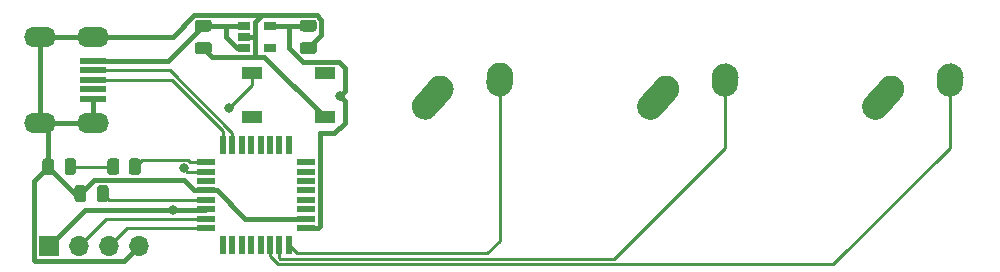
<source format=gbr>
%TF.GenerationSoftware,KiCad,Pcbnew,(5.1.9)-1*%
%TF.CreationDate,2021-08-14T02:32:22-04:00*%
%TF.ProjectId,samd21,73616d64-3231-42e6-9b69-6361645f7063,rev?*%
%TF.SameCoordinates,Original*%
%TF.FileFunction,Copper,L1,Top*%
%TF.FilePolarity,Positive*%
%FSLAX46Y46*%
G04 Gerber Fmt 4.6, Leading zero omitted, Abs format (unit mm)*
G04 Created by KiCad (PCBNEW (5.1.9)-1) date 2021-08-14 02:32:22*
%MOMM*%
%LPD*%
G01*
G04 APERTURE LIST*
%TA.AperFunction,ComponentPad*%
%ADD10O,1.700000X1.700000*%
%TD*%
%TA.AperFunction,ComponentPad*%
%ADD11R,1.700000X1.700000*%
%TD*%
%TA.AperFunction,ComponentPad*%
%ADD12O,2.700000X1.700000*%
%TD*%
%TA.AperFunction,SMDPad,CuDef*%
%ADD13R,2.250000X0.500000*%
%TD*%
%TA.AperFunction,SMDPad,CuDef*%
%ADD14R,1.800000X1.100000*%
%TD*%
%TA.AperFunction,SMDPad,CuDef*%
%ADD15R,1.600000X0.550000*%
%TD*%
%TA.AperFunction,SMDPad,CuDef*%
%ADD16R,0.550000X1.600000*%
%TD*%
%TA.AperFunction,SMDPad,CuDef*%
%ADD17R,1.060000X0.650000*%
%TD*%
%TA.AperFunction,ComponentPad*%
%ADD18C,2.250000*%
%TD*%
%TA.AperFunction,ViaPad*%
%ADD19C,0.800000*%
%TD*%
%TA.AperFunction,Conductor*%
%ADD20C,0.254000*%
%TD*%
%TA.AperFunction,Conductor*%
%ADD21C,0.381000*%
%TD*%
G04 APERTURE END LIST*
D10*
%TO.P,J1,4*%
%TO.N,GND*%
X101346000Y-72009000D03*
%TO.P,J1,3*%
%TO.N,SWDIO*%
X98806000Y-72009000D03*
%TO.P,J1,2*%
%TO.N,SWCLK*%
X96266000Y-72009000D03*
D11*
%TO.P,J1,1*%
%TO.N,+3V3*%
X93726000Y-72009000D03*
%TD*%
D12*
%TO.P,USB1,6*%
%TO.N,GND*%
X92964000Y-54262000D03*
X92964000Y-61562000D03*
X97464000Y-61562000D03*
X97464000Y-54262000D03*
D13*
%TO.P,USB1,5*%
%TO.N,/5V*%
X97464000Y-56312000D03*
%TO.P,USB1,4*%
%TO.N,D-*%
X97464000Y-57112000D03*
%TO.P,USB1,3*%
%TO.N,D+*%
X97464000Y-57912000D03*
%TO.P,USB1,2*%
%TO.N,Net-(USB1-Pad2)*%
X97464000Y-58712000D03*
%TO.P,USB1,1*%
%TO.N,GND*%
X97464000Y-59512000D03*
%TD*%
D14*
%TO.P,SW1,4*%
%TO.N,N/C*%
X110894000Y-61087000D03*
%TO.P,SW1,3*%
X117094000Y-57387000D03*
%TO.P,SW1,2*%
%TO.N,Net-(SW1-Pad2)*%
X110894000Y-57387000D03*
%TO.P,SW1,1*%
%TO.N,GND*%
X117094000Y-61087000D03*
%TD*%
D15*
%TO.P,U2,32*%
%TO.N,SWDIO*%
X107002000Y-70491000D03*
%TO.P,U2,31*%
%TO.N,SWCLK*%
X107002000Y-69691000D03*
%TO.P,U2,30*%
%TO.N,+3V3*%
X107002000Y-68891000D03*
%TO.P,U2,29*%
%TO.N,Net-(C1-Pad2)*%
X107002000Y-68091000D03*
%TO.P,U2,28*%
%TO.N,GND*%
X107002000Y-67291000D03*
%TO.P,U2,27*%
%TO.N,Net-(U2-Pad27)*%
X107002000Y-66491000D03*
%TO.P,U2,26*%
%TO.N,Net-(SW1-Pad2)*%
X107002000Y-65691000D03*
%TO.P,U2,25*%
%TO.N,Net-(R1-Pad1)*%
X107002000Y-64891000D03*
D16*
%TO.P,U2,24*%
%TO.N,D+*%
X108452000Y-63441000D03*
%TO.P,U2,23*%
%TO.N,D-*%
X109252000Y-63441000D03*
%TO.P,U2,22*%
%TO.N,Net-(U2-Pad22)*%
X110052000Y-63441000D03*
%TO.P,U2,21*%
%TO.N,Net-(U2-Pad21)*%
X110852000Y-63441000D03*
%TO.P,U2,20*%
%TO.N,Net-(U2-Pad20)*%
X111652000Y-63441000D03*
%TO.P,U2,19*%
%TO.N,Net-(U2-Pad19)*%
X112452000Y-63441000D03*
%TO.P,U2,18*%
%TO.N,Net-(U2-Pad18)*%
X113252000Y-63441000D03*
%TO.P,U2,17*%
%TO.N,Net-(U2-Pad17)*%
X114052000Y-63441000D03*
D15*
%TO.P,U2,16*%
%TO.N,Net-(U2-Pad16)*%
X115502000Y-64891000D03*
%TO.P,U2,15*%
%TO.N,Net-(U2-Pad15)*%
X115502000Y-65691000D03*
%TO.P,U2,14*%
%TO.N,Net-(U2-Pad14)*%
X115502000Y-66491000D03*
%TO.P,U2,13*%
%TO.N,Net-(U2-Pad13)*%
X115502000Y-67291000D03*
%TO.P,U2,12*%
%TO.N,Net-(U2-Pad12)*%
X115502000Y-68091000D03*
%TO.P,U2,11*%
%TO.N,Net-(U2-Pad11)*%
X115502000Y-68891000D03*
%TO.P,U2,10*%
%TO.N,GND*%
X115502000Y-69691000D03*
%TO.P,U2,9*%
%TO.N,+3V3*%
X115502000Y-70491000D03*
D16*
%TO.P,U2,8*%
%TO.N,KEY1*%
X114052000Y-71941000D03*
%TO.P,U2,7*%
%TO.N,KEY2*%
X113252000Y-71941000D03*
%TO.P,U2,6*%
%TO.N,KEY3*%
X112452000Y-71941000D03*
%TO.P,U2,5*%
%TO.N,Net-(U2-Pad5)*%
X111652000Y-71941000D03*
%TO.P,U2,4*%
%TO.N,Net-(U2-Pad4)*%
X110852000Y-71941000D03*
%TO.P,U2,3*%
%TO.N,Net-(U2-Pad3)*%
X110052000Y-71941000D03*
%TO.P,U2,2*%
%TO.N,Net-(U2-Pad2)*%
X109252000Y-71941000D03*
%TO.P,U2,1*%
%TO.N,Net-(U2-Pad1)*%
X108452000Y-71941000D03*
%TD*%
D17*
%TO.P,U1,5*%
%TO.N,+3V3*%
X112436000Y-53340000D03*
%TO.P,U1,4*%
%TO.N,Net-(U1-Pad4)*%
X112436000Y-55240000D03*
%TO.P,U1,3*%
%TO.N,/5V*%
X110236000Y-55240000D03*
%TO.P,U1,2*%
%TO.N,GND*%
X110236000Y-54290000D03*
%TO.P,U1,1*%
%TO.N,/5V*%
X110236000Y-53340000D03*
%TD*%
%TO.P,R1,2*%
%TO.N,Net-(D1-Pad2)*%
%TA.AperFunction,SMDPad,CuDef*%
G36*
G01*
X99699500Y-64827999D02*
X99699500Y-65728001D01*
G75*
G02*
X99449501Y-65978000I-249999J0D01*
G01*
X98924499Y-65978000D01*
G75*
G02*
X98674500Y-65728001I0J249999D01*
G01*
X98674500Y-64827999D01*
G75*
G02*
X98924499Y-64578000I249999J0D01*
G01*
X99449501Y-64578000D01*
G75*
G02*
X99699500Y-64827999I0J-249999D01*
G01*
G37*
%TD.AperFunction*%
%TO.P,R1,1*%
%TO.N,Net-(R1-Pad1)*%
%TA.AperFunction,SMDPad,CuDef*%
G36*
G01*
X101524500Y-64827999D02*
X101524500Y-65728001D01*
G75*
G02*
X101274501Y-65978000I-249999J0D01*
G01*
X100749499Y-65978000D01*
G75*
G02*
X100499500Y-65728001I0J249999D01*
G01*
X100499500Y-64827999D01*
G75*
G02*
X100749499Y-64578000I249999J0D01*
G01*
X101274501Y-64578000D01*
G75*
G02*
X101524500Y-64827999I0J-249999D01*
G01*
G37*
%TD.AperFunction*%
%TD*%
D18*
%TO.P,MX3,1*%
%TO.N,+3V3*%
X165013000Y-58738000D03*
%TA.AperFunction,ComponentPad*%
G36*
G01*
X162951688Y-61035350D02*
X162951683Y-61035345D01*
G75*
G02*
X162865655Y-59446683I751317J837345D01*
G01*
X164175657Y-57986683D01*
G75*
G02*
X165764319Y-57900655I837345J-751317D01*
G01*
X165764319Y-57900655D01*
G75*
G02*
X165850347Y-59489317I-751317J-837345D01*
G01*
X164540345Y-60949317D01*
G75*
G02*
X162951683Y-61035345I-837345J751317D01*
G01*
G37*
%TD.AperFunction*%
%TO.P,MX3,2*%
%TO.N,KEY3*%
X170053000Y-57658000D03*
%TA.AperFunction,ComponentPad*%
G36*
G01*
X169936483Y-59360395D02*
X169935597Y-59360334D01*
G75*
G02*
X168890666Y-58160597I77403J1122334D01*
G01*
X168930666Y-57580597D01*
G75*
G02*
X170130403Y-56535666I1122334J-77403D01*
G01*
X170130403Y-56535666D01*
G75*
G02*
X171175334Y-57735403I-77403J-1122334D01*
G01*
X171135334Y-58315403D01*
G75*
G02*
X169935597Y-59360334I-1122334J77403D01*
G01*
G37*
%TD.AperFunction*%
%TD*%
%TO.P,MX2,1*%
%TO.N,+3V3*%
X145963000Y-58738000D03*
%TA.AperFunction,ComponentPad*%
G36*
G01*
X143901688Y-61035350D02*
X143901683Y-61035345D01*
G75*
G02*
X143815655Y-59446683I751317J837345D01*
G01*
X145125657Y-57986683D01*
G75*
G02*
X146714319Y-57900655I837345J-751317D01*
G01*
X146714319Y-57900655D01*
G75*
G02*
X146800347Y-59489317I-751317J-837345D01*
G01*
X145490345Y-60949317D01*
G75*
G02*
X143901683Y-61035345I-837345J751317D01*
G01*
G37*
%TD.AperFunction*%
%TO.P,MX2,2*%
%TO.N,KEY2*%
X151003000Y-57658000D03*
%TA.AperFunction,ComponentPad*%
G36*
G01*
X150886483Y-59360395D02*
X150885597Y-59360334D01*
G75*
G02*
X149840666Y-58160597I77403J1122334D01*
G01*
X149880666Y-57580597D01*
G75*
G02*
X151080403Y-56535666I1122334J-77403D01*
G01*
X151080403Y-56535666D01*
G75*
G02*
X152125334Y-57735403I-77403J-1122334D01*
G01*
X152085334Y-58315403D01*
G75*
G02*
X150885597Y-59360334I-1122334J77403D01*
G01*
G37*
%TD.AperFunction*%
%TD*%
%TO.P,MX1,1*%
%TO.N,+3V3*%
X126890000Y-58724000D03*
%TA.AperFunction,ComponentPad*%
G36*
G01*
X124828688Y-61021350D02*
X124828683Y-61021345D01*
G75*
G02*
X124742655Y-59432683I751317J837345D01*
G01*
X126052657Y-57972683D01*
G75*
G02*
X127641319Y-57886655I837345J-751317D01*
G01*
X127641319Y-57886655D01*
G75*
G02*
X127727347Y-59475317I-751317J-837345D01*
G01*
X126417345Y-60935317D01*
G75*
G02*
X124828683Y-61021345I-837345J751317D01*
G01*
G37*
%TD.AperFunction*%
%TO.P,MX1,2*%
%TO.N,KEY1*%
X131930000Y-57644000D03*
%TA.AperFunction,ComponentPad*%
G36*
G01*
X131813483Y-59346395D02*
X131812597Y-59346334D01*
G75*
G02*
X130767666Y-58146597I77403J1122334D01*
G01*
X130807666Y-57566597D01*
G75*
G02*
X132007403Y-56521666I1122334J-77403D01*
G01*
X132007403Y-56521666D01*
G75*
G02*
X133052334Y-57721403I-77403J-1122334D01*
G01*
X133012334Y-58301403D01*
G75*
G02*
X131812597Y-59346334I-1122334J77403D01*
G01*
G37*
%TD.AperFunction*%
%TD*%
%TO.P,D1,2*%
%TO.N,Net-(D1-Pad2)*%
%TA.AperFunction,SMDPad,CuDef*%
G36*
G01*
X95065000Y-65734250D02*
X95065000Y-64821750D01*
G75*
G02*
X95308750Y-64578000I243750J0D01*
G01*
X95796250Y-64578000D01*
G75*
G02*
X96040000Y-64821750I0J-243750D01*
G01*
X96040000Y-65734250D01*
G75*
G02*
X95796250Y-65978000I-243750J0D01*
G01*
X95308750Y-65978000D01*
G75*
G02*
X95065000Y-65734250I0J243750D01*
G01*
G37*
%TD.AperFunction*%
%TO.P,D1,1*%
%TO.N,GND*%
%TA.AperFunction,SMDPad,CuDef*%
G36*
G01*
X93190000Y-65734250D02*
X93190000Y-64821750D01*
G75*
G02*
X93433750Y-64578000I243750J0D01*
G01*
X93921250Y-64578000D01*
G75*
G02*
X94165000Y-64821750I0J-243750D01*
G01*
X94165000Y-65734250D01*
G75*
G02*
X93921250Y-65978000I-243750J0D01*
G01*
X93433750Y-65978000D01*
G75*
G02*
X93190000Y-65734250I0J243750D01*
G01*
G37*
%TD.AperFunction*%
%TD*%
%TO.P,C3,2*%
%TO.N,GND*%
%TA.AperFunction,SMDPad,CuDef*%
G36*
G01*
X115222000Y-54740000D02*
X116172000Y-54740000D01*
G75*
G02*
X116422000Y-54990000I0J-250000D01*
G01*
X116422000Y-55490000D01*
G75*
G02*
X116172000Y-55740000I-250000J0D01*
G01*
X115222000Y-55740000D01*
G75*
G02*
X114972000Y-55490000I0J250000D01*
G01*
X114972000Y-54990000D01*
G75*
G02*
X115222000Y-54740000I250000J0D01*
G01*
G37*
%TD.AperFunction*%
%TO.P,C3,1*%
%TO.N,+3V3*%
%TA.AperFunction,SMDPad,CuDef*%
G36*
G01*
X115222000Y-52840000D02*
X116172000Y-52840000D01*
G75*
G02*
X116422000Y-53090000I0J-250000D01*
G01*
X116422000Y-53590000D01*
G75*
G02*
X116172000Y-53840000I-250000J0D01*
G01*
X115222000Y-53840000D01*
G75*
G02*
X114972000Y-53590000I0J250000D01*
G01*
X114972000Y-53090000D01*
G75*
G02*
X115222000Y-52840000I250000J0D01*
G01*
G37*
%TD.AperFunction*%
%TD*%
%TO.P,C2,2*%
%TO.N,GND*%
%TA.AperFunction,SMDPad,CuDef*%
G36*
G01*
X106332000Y-54740000D02*
X107282000Y-54740000D01*
G75*
G02*
X107532000Y-54990000I0J-250000D01*
G01*
X107532000Y-55490000D01*
G75*
G02*
X107282000Y-55740000I-250000J0D01*
G01*
X106332000Y-55740000D01*
G75*
G02*
X106082000Y-55490000I0J250000D01*
G01*
X106082000Y-54990000D01*
G75*
G02*
X106332000Y-54740000I250000J0D01*
G01*
G37*
%TD.AperFunction*%
%TO.P,C2,1*%
%TO.N,/5V*%
%TA.AperFunction,SMDPad,CuDef*%
G36*
G01*
X106332000Y-52840000D02*
X107282000Y-52840000D01*
G75*
G02*
X107532000Y-53090000I0J-250000D01*
G01*
X107532000Y-53590000D01*
G75*
G02*
X107282000Y-53840000I-250000J0D01*
G01*
X106332000Y-53840000D01*
G75*
G02*
X106082000Y-53590000I0J250000D01*
G01*
X106082000Y-53090000D01*
G75*
G02*
X106332000Y-52840000I250000J0D01*
G01*
G37*
%TD.AperFunction*%
%TD*%
%TO.P,C1,2*%
%TO.N,Net-(C1-Pad2)*%
%TA.AperFunction,SMDPad,CuDef*%
G36*
G01*
X97798000Y-68039000D02*
X97798000Y-67089000D01*
G75*
G02*
X98048000Y-66839000I250000J0D01*
G01*
X98548000Y-66839000D01*
G75*
G02*
X98798000Y-67089000I0J-250000D01*
G01*
X98798000Y-68039000D01*
G75*
G02*
X98548000Y-68289000I-250000J0D01*
G01*
X98048000Y-68289000D01*
G75*
G02*
X97798000Y-68039000I0J250000D01*
G01*
G37*
%TD.AperFunction*%
%TO.P,C1,1*%
%TO.N,GND*%
%TA.AperFunction,SMDPad,CuDef*%
G36*
G01*
X95898000Y-68039000D02*
X95898000Y-67089000D01*
G75*
G02*
X96148000Y-66839000I250000J0D01*
G01*
X96648000Y-66839000D01*
G75*
G02*
X96898000Y-67089000I0J-250000D01*
G01*
X96898000Y-68039000D01*
G75*
G02*
X96648000Y-68289000I-250000J0D01*
G01*
X96148000Y-68289000D01*
G75*
G02*
X95898000Y-68039000I0J250000D01*
G01*
G37*
%TD.AperFunction*%
%TD*%
D19*
%TO.N,+3V3*%
X104267000Y-68961000D03*
X118364000Y-59309000D03*
%TO.N,Net-(SW1-Pad2)*%
X108966000Y-60325000D03*
X105156000Y-65405000D03*
%TD*%
D20*
%TO.N,Net-(C1-Pad2)*%
X98825000Y-68091000D02*
X107002000Y-68091000D01*
X98298000Y-67564000D02*
X98825000Y-68091000D01*
D21*
%TO.N,GND*%
X111147000Y-54290000D02*
X110236000Y-54290000D01*
X111156501Y-54299501D02*
X111147000Y-54290000D01*
X111156501Y-55877401D02*
X111156501Y-54299501D01*
X111078401Y-55955501D02*
X111156501Y-55877401D01*
X106807000Y-55240000D02*
X107522501Y-55955501D01*
X107522501Y-55955501D02*
X109525499Y-55955501D01*
X110160499Y-55955501D02*
X111078401Y-55955501D01*
X109525499Y-55955501D02*
X110160499Y-55955501D01*
X107979902Y-67291000D02*
X107002000Y-67291000D01*
X110379902Y-69691000D02*
X107979902Y-67291000D01*
X115502000Y-69691000D02*
X110379902Y-69691000D01*
X116812510Y-54124490D02*
X115697000Y-55240000D01*
X116437310Y-52449490D02*
X116812510Y-52824690D01*
X111156501Y-53061597D02*
X111768608Y-52449490D01*
X116812510Y-52824690D02*
X116812510Y-54124490D01*
X111156501Y-54299501D02*
X111156501Y-53061597D01*
X95963500Y-67564000D02*
X93677500Y-65278000D01*
X96398000Y-67564000D02*
X95963500Y-67564000D01*
X106024098Y-67291000D02*
X107002000Y-67291000D01*
X105181588Y-66448490D02*
X106024098Y-67291000D01*
X97513510Y-66448490D02*
X105181588Y-66448490D01*
X96398000Y-67564000D02*
X97513510Y-66448490D01*
X97464000Y-59512000D02*
X97464000Y-61562000D01*
X97464000Y-61562000D02*
X92964000Y-61562000D01*
X92964000Y-61562000D02*
X92964000Y-54262000D01*
X97464000Y-54262000D02*
X92964000Y-54262000D01*
X112904510Y-52449490D02*
X116437310Y-52449490D01*
X111768608Y-52449490D02*
X112904510Y-52449490D01*
X111962501Y-55955501D02*
X117094000Y-61087000D01*
X111234601Y-55955501D02*
X111962501Y-55955501D01*
X111156501Y-55877401D02*
X111234601Y-55955501D01*
X100105499Y-73249501D02*
X101346000Y-72009000D01*
X92563599Y-73249501D02*
X100105499Y-73249501D01*
X92485499Y-73171401D02*
X92563599Y-73249501D01*
X92485499Y-66470001D02*
X92485499Y-73171401D01*
X93677500Y-65278000D02*
X92485499Y-66470001D01*
X93677500Y-62275500D02*
X92964000Y-61562000D01*
X93677500Y-65278000D02*
X93677500Y-62275500D01*
X104230980Y-54262000D02*
X106043490Y-52449490D01*
X97464000Y-54262000D02*
X104230980Y-54262000D01*
X106043490Y-52449490D02*
X112904510Y-52449490D01*
%TO.N,+3V3*%
X112436000Y-53340000D02*
X114046000Y-53340000D01*
X114046000Y-53340000D02*
X115697000Y-53340000D01*
X106932000Y-68961000D02*
X107002000Y-68891000D01*
X104267000Y-68961000D02*
X106932000Y-68961000D01*
X115272679Y-56446499D02*
X118306401Y-56446499D01*
X114046000Y-55219820D02*
X115272679Y-56446499D01*
X114046000Y-53340000D02*
X114046000Y-55219820D01*
X96774000Y-68961000D02*
X104267000Y-68961000D01*
X93726000Y-72009000D02*
X96774000Y-68961000D01*
X126325501Y-59288499D02*
X126890000Y-58724000D01*
X118763999Y-56904097D02*
X118306401Y-56446499D01*
X118763999Y-58909001D02*
X118763999Y-56904097D01*
X118364000Y-59309000D02*
X118763999Y-58909001D01*
X116479902Y-70491000D02*
X115502000Y-70491000D01*
X116692501Y-70278401D02*
X116479902Y-70491000D01*
X116692501Y-62463501D02*
X116692501Y-70278401D01*
X117870401Y-62463501D02*
X116692501Y-62463501D01*
X118763999Y-61569903D02*
X117870401Y-62463501D01*
X118763999Y-59708999D02*
X118763999Y-61569903D01*
X118364000Y-59309000D02*
X118763999Y-59708999D01*
D20*
%TO.N,Net-(D1-Pad2)*%
X99187000Y-65278000D02*
X95552500Y-65278000D01*
%TO.N,KEY1*%
X114724991Y-72613991D02*
X114052000Y-71941000D01*
X130840009Y-72613991D02*
X114724991Y-72613991D01*
X131890000Y-71564000D02*
X130840009Y-72613991D01*
X131890000Y-58224000D02*
X131890000Y-71564000D01*
%TO.N,KEY2*%
X113252000Y-72993000D02*
X113252000Y-71941000D01*
X113327001Y-73068001D02*
X113252000Y-72993000D01*
X141567933Y-73068001D02*
X113327001Y-73068001D01*
X150963000Y-63672934D02*
X141567933Y-73068001D01*
X150963000Y-58238000D02*
X150963000Y-63672934D01*
%TO.N,KEY3*%
X112452000Y-72835067D02*
X112452000Y-71941000D01*
X113138944Y-73522011D02*
X112452000Y-72835067D01*
X160163923Y-73522011D02*
X113138944Y-73522011D01*
X170013000Y-63672934D02*
X160163923Y-73522011D01*
X170013000Y-58238000D02*
X170013000Y-63672934D01*
%TO.N,Net-(R1-Pad1)*%
X101012000Y-65278000D02*
X101399000Y-64891000D01*
X101612001Y-64677999D02*
X101012000Y-65278000D01*
X105504961Y-64677999D02*
X101612001Y-64677999D01*
X105717962Y-64891000D02*
X105504961Y-64677999D01*
X107002000Y-64891000D02*
X105717962Y-64891000D01*
%TO.N,Net-(SW1-Pad2)*%
X110894000Y-58397000D02*
X108966000Y-60325000D01*
X110894000Y-57387000D02*
X110894000Y-58397000D01*
X105442000Y-65691000D02*
X107002000Y-65691000D01*
X105156000Y-65405000D02*
X105442000Y-65691000D01*
%TO.N,SWDIO*%
X106138398Y-70491000D02*
X107002000Y-70491000D01*
X100324000Y-70491000D02*
X98806000Y-72009000D01*
X107002000Y-70491000D02*
X100324000Y-70491000D01*
%TO.N,SWCLK*%
X98584000Y-69691000D02*
X96266000Y-72009000D01*
X107002000Y-69691000D02*
X98584000Y-69691000D01*
%TO.N,D+*%
X108452000Y-63441000D02*
X108452000Y-62229066D01*
X108452000Y-62229066D02*
X104134934Y-57912000D01*
X97464000Y-57912000D02*
X100711000Y-57912000D01*
X100711000Y-57912000D02*
X100004000Y-57912000D01*
X104134934Y-57912000D02*
X100711000Y-57912000D01*
%TO.N,D-*%
X109252000Y-62387000D02*
X103977000Y-57112000D01*
X109252000Y-63441000D02*
X109252000Y-62387000D01*
X97464000Y-57112000D02*
X100495000Y-57112000D01*
X100495000Y-57112000D02*
X100004000Y-57112000D01*
X103977000Y-57112000D02*
X100495000Y-57112000D01*
D21*
%TO.N,/5V*%
X103835000Y-56312000D02*
X106807000Y-53340000D01*
X108712000Y-53340000D02*
X108712000Y-54323902D01*
X106807000Y-53340000D02*
X108712000Y-53340000D01*
X108712000Y-53340000D02*
X110236000Y-53340000D01*
X109628098Y-55240000D02*
X110236000Y-55240000D01*
X108712000Y-54323902D02*
X109628098Y-55240000D01*
X97464000Y-56312000D02*
X101270000Y-56312000D01*
X101270000Y-56312000D02*
X103835000Y-56312000D01*
X100004000Y-56312000D02*
X101270000Y-56312000D01*
%TD*%
M02*

</source>
